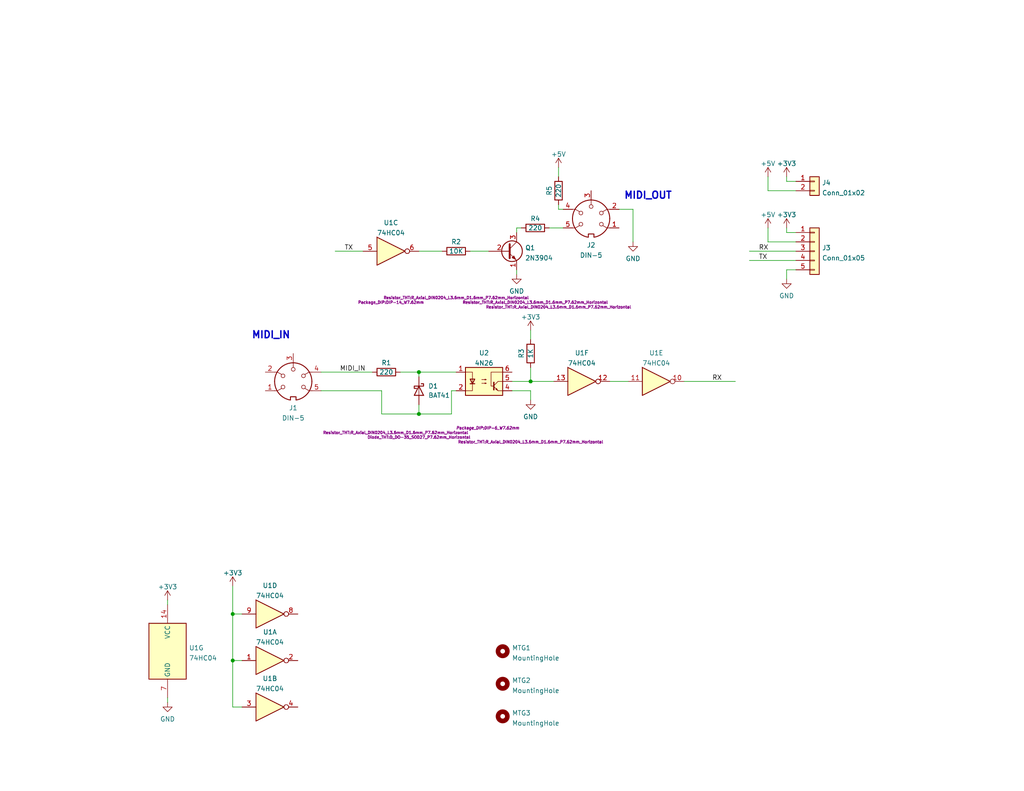
<source format=kicad_sch>
(kicad_sch (version 20211123) (generator eeschema)
  (paper "A")
  (title_block (date "2022-09-24"))
  (lib_symbols
    (symbol "74xx:74HC04"
      (property "Reference" "U" (at 0 1.27 0))
      (property "Value" "74HC04" (at 0 -1.27 0))
      (symbol "74HC04_1_0"
        (polyline (pts (xy -3.81 3.81) (xy -3.81 -3.81) (xy 3.81 0) (xy -3.81 3.81)) (stroke (width 0.254)) (fill (type background)))
        (pin input line (at -7.62 0 0) (length 3.81) (name "~") (number "1"))
        (pin output inverted (at 7.62 0 180) (length 3.81) (name "~") (number "2"))
      )
      (symbol "74HC04_2_0"
        (polyline (pts (xy -3.81 3.81) (xy -3.81 -3.81) (xy 3.81 0) (xy -3.81 3.81)) (stroke (width 0.254)) (fill (type background)))
        (pin input line (at -7.62 0 0) (length 3.81) (name "~") (number "3"))
        (pin output inverted (at 7.62 0 180) (length 3.81) (name "~") (number "4"))
      )
      (symbol "74HC04_3_0"
        (polyline (pts (xy -3.81 3.81) (xy -3.81 -3.81) (xy 3.81 0) (xy -3.81 3.81)) (stroke (width 0.254)) (fill (type background)))
        (pin input line (at -7.62 0 0) (length 3.81) (name "~") (number "5"))
        (pin output inverted (at 7.62 0 180) (length 3.81) (name "~") (number "6"))
      )
      (symbol "74HC04_4_0"
        (polyline (pts (xy -3.81 3.81) (xy -3.81 -3.81) (xy 3.81 0) (xy -3.81 3.81)) (stroke (width 0.254)) (fill (type background)))
        (pin output inverted (at 7.62 0 180) (length 3.81) (name "~") (number "8"))
        (pin input line (at -7.62 0 0) (length 3.81) (name "~") (number "9"))
      )
      (symbol "74HC04_5_0"
        (polyline (pts (xy -3.81 3.81) (xy -3.81 -3.81) (xy 3.81 0) (xy -3.81 3.81)) (stroke (width 0.254)) (fill (type background)))
        (pin output inverted (at 7.62 0 180) (length 3.81) (name "~") (number "10"))
        (pin input line (at -7.62 0 0) (length 3.81) (name "~") (number "11"))
      )
      (symbol "74HC04_6_0"
        (polyline (pts (xy -3.81 3.81) (xy -3.81 -3.81) (xy 3.81 0) (xy -3.81 3.81)) (stroke (width 0.254)) (fill (type background)))
        (pin output inverted (at 7.62 0 180) (length 3.81) (name "~") (number "12"))
        (pin input line (at -7.62 0 0) (length 3.81) (name "~") (number "13"))
      )
      (symbol "74HC04_7_0"
        (pin power_in line (at 0 12.7 270) (length 5.08) (name "VCC") (number "14"))
        (pin power_in line (at 0 -12.7 90) (length 5.08) (name "GND") (number "7"))
      )
      (symbol "74HC04_7_1"
        (rectangle (start -5.08 7.62) (end 5.08 -7.62) (stroke (width 0.254)) (fill (type background)))
      )
    )
    (symbol "Connector:DIN-5" (pin_names (offset 1.016))
      (property "Reference" "J" (at 3.175 5.715 0))
      (property "Value" "DIN-5" (at 0 -6.35 0))
      (symbol "DIN-5_0_1"
        (arc (start -5.08 0) (mid -3.8597 -3.3379) (end -0.762 -5.08) (stroke (width 0.254)))
        (circle (center -2.794 -1.524) (radius 0.508))
        (circle (center -2.794 1.524) (radius 0.508))
        (polyline (pts (xy 0 5.08) (xy 0 3.81)))
        (polyline (pts (xy -5.08 -2.54) (xy -4.318 -2.54) (xy -3.175 -1.905)))
        (polyline (pts (xy -5.08 2.54) (xy -4.318 2.54) (xy -3.175 1.905)))
        (polyline (pts (xy 5.08 -2.54) (xy 4.318 -2.54) (xy 3.175 -1.905)))
        (polyline (pts (xy 5.08 2.54) (xy 4.318 2.54) (xy 3.175 1.905)))
        (polyline (pts (xy -0.762 -4.953) (xy -0.762 -4.191) (xy 0.762 -4.191) (xy 0.762 -4.953)) (stroke (width 0.254)))
        (circle (center 0 3.302) (radius 0.508))
        (arc (start 0.762 -5.08) (mid 3.8673 -3.3444) (end 5.08 0) (stroke (width 0.254)))
        (circle (center 2.794 -1.524) (radius 0.508))
        (circle (center 2.794 1.524) (radius 0.508))
        (arc (start 5.08 0) (mid 0 5.08) (end -5.08 0) (stroke (width 0.254)))
      )
      (symbol "DIN-5_1_1"
        (pin passive line (at -7.62 -2.54 0) (length 2.54) (name "~") (number "1"))
        (pin passive line (at -7.62 2.54 0) (length 2.54) (name "~") (number "2"))
        (pin passive line (at 0 7.62 270) (length 2.54) (name "~") (number "3"))
        (pin passive line (at 7.62 2.54 180) (length 2.54) (name "~") (number "4"))
        (pin passive line (at 7.62 -2.54 180) (length 2.54) (name "~") (number "5"))
      )
    )
    (symbol "Connector_Generic:Conn_01x02" (pin_names (offset 1.016) hide)
      (property "Reference" "J" (at 0 2.54 0))
      (property "Value" "Conn_01x02" (at 0 -5.08 0))
      (symbol "Conn_01x02_1_1"
        (rectangle (start -1.27 -2.413) (end 0 -2.667) (stroke (width 0.1524)))
        (rectangle (start -1.27 0.127) (end 0 -0.127) (stroke (width 0.1524)))
        (rectangle (start -1.27 1.27) (end 1.27 -3.81) (stroke (width 0.254)) (fill (type background)))
        (pin passive line (at -5.08 0 0) (length 3.81) (name "Pin_1") (number "1"))
        (pin passive line (at -5.08 -2.54 0) (length 3.81) (name "Pin_2") (number "2"))
      )
    )
    (symbol "Connector_Generic:Conn_01x05" (pin_names (offset 1.016) hide)
      (property "Reference" "J" (at 0 7.62 0))
      (property "Value" "Conn_01x05" (at 0 -7.62 0))
      (symbol "Conn_01x05_1_1"
        (rectangle (start -1.27 -4.953) (end 0 -5.207) (stroke (width 0.1524)))
        (rectangle (start -1.27 -2.413) (end 0 -2.667) (stroke (width 0.1524)))
        (rectangle (start -1.27 0.127) (end 0 -0.127) (stroke (width 0.1524)))
        (rectangle (start -1.27 2.667) (end 0 2.413) (stroke (width 0.1524)))
        (rectangle (start -1.27 5.207) (end 0 4.953) (stroke (width 0.1524)))
        (rectangle (start -1.27 6.35) (end 1.27 -6.35) (stroke (width 0.254)) (fill (type background)))
        (pin passive line (at -5.08 5.08 0) (length 3.81) (name "Pin_1") (number "1"))
        (pin passive line (at -5.08 2.54 0) (length 3.81) (name "Pin_2") (number "2"))
        (pin passive line (at -5.08 0 0) (length 3.81) (name "Pin_3") (number "3"))
        (pin passive line (at -5.08 -2.54 0) (length 3.81) (name "Pin_4") (number "4"))
        (pin passive line (at -5.08 -5.08 0) (length 3.81) (name "Pin_5") (number "5"))
      )
    )
    (symbol "Device:D_Schottky" (pin_numbers hide) (pin_names (offset 1.016) hide)
      (property "Reference" "D" (at 0 2.54 0))
      (property "Value" "D_Schottky" (at 0 -2.54 0))
      (symbol "D_Schottky_0_1"
        (polyline (pts (xy 1.27 0) (xy -1.27 0)))
        (polyline (pts (xy 1.27 1.27) (xy 1.27 -1.27) (xy -1.27 0) (xy 1.27 1.27)) (stroke (width 0.254)))
        (polyline (pts (xy -1.905 0.635) (xy -1.905 1.27) (xy -1.27 1.27) (xy -1.27 -1.27) (xy -0.635 -1.27) (xy -0.635 -0.635)) (stroke (width 0.254)))
      )
      (symbol "D_Schottky_1_1"
        (pin passive line (at -3.81 0 0) (length 2.54) (name "K") (number "1"))
        (pin passive line (at 3.81 0 180) (length 2.54) (name "A") (number "2"))
      )
    )
    (symbol "Device:R" (pin_numbers hide) (pin_names (offset 0))
      (property "Reference" "R" (at 2.032 0 90))
      (property "Value" "R" (at 0 0 90))
      (symbol "R_0_1"
        (rectangle (start -1.016 -2.54) (end 1.016 2.54) (stroke (width 0.254)))
      )
      (symbol "R_1_1"
        (pin passive line (at 0 3.81 270) (length 1.27) (name "~") (number "1"))
        (pin passive line (at 0 -3.81 90) (length 1.27) (name "~") (number "2"))
      )
    )
    (symbol "Isolator:4N26" (pin_names (offset 1.016))
      (property "Reference" "U" (at -5.08 5.08 0))
      (property "Value" "4N26" (at 0 5.08 0))
      (symbol "4N26_0_1"
        (rectangle (start -5.08 3.81) (end 5.08 -3.81) (stroke (width 0.254)) (fill (type background)))
        (polyline (pts (xy -3.81 -0.635) (xy -2.54 -0.635)) (stroke (width 0.254)))
        (polyline (pts (xy 2.667 -1.397) (xy 3.81 -2.54)))
        (polyline (pts (xy 2.667 -1.143) (xy 3.81 0)))
        (polyline (pts (xy 3.81 -2.54) (xy 5.08 -2.54)))
        (polyline (pts (xy 3.81 0) (xy 5.08 0)))
        (polyline (pts (xy 2.667 -0.254) (xy 2.667 -2.286) (xy 2.667 -2.286)) (stroke (width 0.3556)))
        (polyline (pts (xy -5.08 -2.54) (xy -3.175 -2.54) (xy -3.175 2.54) (xy -5.08 2.54)))
        (polyline (pts (xy -3.175 -0.635) (xy -3.81 0.635) (xy -2.54 0.635) (xy -3.175 -0.635)) (stroke (width 0.254)))
        (polyline (pts (xy 3.683 -2.413) (xy 3.429 -1.905) (xy 3.175 -2.159) (xy 3.683 -2.413)))
        (polyline (pts (xy 5.08 2.54) (xy 1.905 2.54) (xy 1.905 -1.27) (xy 2.54 -1.27)))
        (polyline (pts (xy -0.635 -0.508) (xy 0.635 -0.508) (xy 0.254 -0.635) (xy 0.254 -0.381) (xy 0.635 -0.508)))
        (polyline (pts (xy -0.635 0.508) (xy 0.635 0.508) (xy 0.254 0.381) (xy 0.254 0.635) (xy 0.635 0.508)))
      )
      (symbol "4N26_1_1"
        (pin passive line (at -7.62 2.54 0) (length 2.54) (name "~") (number "1"))
        (pin passive line (at -7.62 -2.54 0) (length 2.54) (name "~") (number "2"))
        (pin no_connect line (at -5.08 0 0) (length 2.54) hide (name "NC") (number "3"))
        (pin passive line (at 7.62 -2.54 180) (length 2.54) (name "~") (number "4"))
        (pin passive line (at 7.62 0 180) (length 2.54) (name "~") (number "5"))
        (pin passive line (at 7.62 2.54 180) (length 2.54) (name "~") (number "6"))
      )
    )
    (symbol "Mechanical:MountingHole" (pin_names (offset 1.016))
      (property "Reference" "H" (at 0 5.08 0))
      (property "Value" "MountingHole" (at 0 3.175 0))
      (symbol "MountingHole_0_1"
        (circle (center 0 0) (radius 1.27) (stroke (width 1.27)))
      )
    )
    (symbol "Transistor_BJT:2N3904" (pin_names (offset 0) hide)
      (property "Reference" "Q" (at 5.08 1.905 0))
      (property "Value" "2N3904" (at 5.08 0 0))
      (symbol "2N3904_0_1"
        (polyline (pts (xy 0.635 0.635) (xy 2.54 2.54)))
        (polyline (pts (xy 0.635 -0.635) (xy 2.54 -2.54) (xy 2.54 -2.54)))
        (polyline (pts (xy 0.635 1.905) (xy 0.635 -1.905) (xy 0.635 -1.905)) (stroke (width 0.508)))
        (polyline (pts (xy 1.27 -1.778) (xy 1.778 -1.27) (xy 2.286 -2.286) (xy 1.27 -1.778) (xy 1.27 -1.778)) (fill (type outline)))
        (circle (center 1.27 0) (radius 2.8194) (stroke (width 0.254)))
      )
      (symbol "2N3904_1_1"
        (pin passive line (at 2.54 -5.08 90) (length 2.54) (name "E") (number "1"))
        (pin passive line (at -5.08 0 0) (length 5.715) (name "B") (number "2"))
        (pin passive line (at 2.54 5.08 270) (length 2.54) (name "C") (number "3"))
      )
    )
    (symbol "power:+3.3V" (power) (pin_names (offset 0))
      (property "Value" "+3.3V" (at 0 3.556 0))
      (symbol "+3.3V_0_1"
        (polyline (pts (xy -0.762 1.27) (xy 0 2.54)))
        (polyline (pts (xy 0 0) (xy 0 2.54)))
        (polyline (pts (xy 0 2.54) (xy 0.762 1.27)))
      )
      (symbol "+3.3V_1_1"
        (pin power_in line (at 0 0 90) (length 0) hide (name "+3V3") (number "1"))
      )
    )
    (symbol "power:+5V" (power) (pin_names (offset 0))
      (property "Value" "+5V" (at 0 3.556 0))
      (symbol "+5V_0_1"
        (polyline (pts (xy -0.762 1.27) (xy 0 2.54)))
        (polyline (pts (xy 0 0) (xy 0 2.54)))
        (polyline (pts (xy 0 2.54) (xy 0.762 1.27)))
      )
      (symbol "+5V_1_1"
        (pin power_in line (at 0 0 90) (length 0) hide (name "+5V") (number "1"))
      )
    )
    (symbol "power:GND" (power) (pin_names (offset 0))
      (property "Value" "GND" (at 0 -3.81 0))
      (symbol "GND_0_1"
        (polyline (pts (xy 0 0) (xy 0 -1.27) (xy 1.27 -1.27) (xy 0 -2.54) (xy -1.27 -1.27) (xy 0 -1.27)))
      )
      (symbol "GND_1_1"
        (pin power_in line (at 0 0 270) (length 0) hide (name "GND") (number "1"))
      )
    )
  )
  (junction (at 114.3 113.03))
  (junction (at 63.5 167.64))
  (junction (at 63.5 180.34))
  (junction (at 144.78 104.14))
  (junction (at 114.3 101.6))
  (wire (pts (xy 139.7 106.68) (xy 144.78 106.68)))
  (wire (pts (xy 217.17 52.07) (xy 209.55 52.07)))
  (wire (pts (xy 139.7 104.14) (xy 144.78 104.14)))
  (wire (pts (xy 45.72 163.83) (xy 45.72 165.1)))
  (wire (pts (xy 114.3 113.03) (xy 123.19 113.03)))
  (wire (pts (xy 171.45 104.14) (xy 166.37 104.14)))
  (wire (pts (xy 204.47 68.58) (xy 217.17 68.58)))
  (wire (pts (xy 214.63 76.2) (xy 214.63 73.66)))
  (wire (pts (xy 152.4 57.15) (xy 152.4 55.88)))
  (wire (pts (xy 123.19 106.68) (xy 124.46 106.68)))
  (wire (pts (xy 214.63 73.66) (xy 217.17 73.66)))
  (wire (pts (xy 217.17 49.53) (xy 214.63 49.53)))
  (wire (pts (xy 214.63 49.53) (xy 214.63 48.26)))
  (wire (pts (xy 123.19 113.03) (xy 123.19 106.68)))
  (wire (pts (xy 144.78 104.14) (xy 151.13 104.14)))
  (wire (pts (xy 109.22 101.6) (xy 114.3 101.6)))
  (wire (pts (xy 144.78 90.17) (xy 144.78 92.71)))
  (wire (pts (xy 149.86 62.23) (xy 153.67 62.23)))
  (wire (pts (xy 152.4 57.15) (xy 153.67 57.15)))
  (wire (pts (xy 63.5 167.64) (xy 66.04 167.64)))
  (wire (pts (xy 104.14 106.68) (xy 104.14 113.03)))
  (wire (pts (xy 45.72 190.5) (xy 45.72 191.77)))
  (wire (pts (xy 168.91 57.15) (xy 172.72 57.15)))
  (wire (pts (xy 114.3 101.6) (xy 124.46 101.6)))
  (wire (pts (xy 172.72 57.15) (xy 172.72 66.04)))
  (wire (pts (xy 63.5 180.34) (xy 66.04 180.34)))
  (wire (pts (xy 140.97 63.5) (xy 140.97 62.23)))
  (wire (pts (xy 217.17 63.5) (xy 214.63 63.5)))
  (wire (pts (xy 87.63 106.68) (xy 104.14 106.68)))
  (wire (pts (xy 186.69 104.14) (xy 200.66 104.14)))
  (wire (pts (xy 101.6 101.6) (xy 87.63 101.6)))
  (wire (pts (xy 104.14 113.03) (xy 114.3 113.03)))
  (wire (pts (xy 144.78 106.68) (xy 144.78 109.22)))
  (wire (pts (xy 128.27 68.58) (xy 133.35 68.58)))
  (wire (pts (xy 114.3 101.6) (xy 114.3 102.87)))
  (wire (pts (xy 114.3 113.03) (xy 114.3 110.49)))
  (wire (pts (xy 214.63 63.5) (xy 214.63 62.23)))
  (wire (pts (xy 144.78 104.14) (xy 144.78 100.33)))
  (wire (pts (xy 63.5 160.02) (xy 63.5 167.64)))
  (wire (pts (xy 66.04 193.04) (xy 63.5 193.04)))
  (wire (pts (xy 63.5 180.34) (xy 63.5 193.04)))
  (wire (pts (xy 152.4 45.72) (xy 152.4 48.26)))
  (wire (pts (xy 140.97 73.66) (xy 140.97 74.93)))
  (wire (pts (xy 63.5 167.64) (xy 63.5 180.34)))
  (wire (pts (xy 204.47 71.12) (xy 217.17 71.12)))
  (wire (pts (xy 114.3 68.58) (xy 120.65 68.58)))
  (wire (pts (xy 91.44 68.58) (xy 99.06 68.58)))
  (wire (pts (xy 217.17 66.04) (xy 209.55 66.04)))
  (wire (pts (xy 209.55 48.26) (xy 209.55 52.07)))
  (wire (pts (xy 209.55 62.23) (xy 209.55 66.04)))
  (wire (pts (xy 140.97 62.23) (xy 142.24 62.23)))
  (text "MIDI_IN" (at 68.58 92.71 0) (effects (font (size 1.905 1.905) (thickness 0.381) bold) (justify left bottom)))
  (text "MIDI_OUT" (at 170.18 54.61 0) (effects (font (size 1.905 1.905) (thickness 0.381) bold) (justify left bottom)))
  (label "TX" (at 207.01 71.12 0))
  (label "TX" (at 93.98 68.58 0))
  (label "RX" (at 194.31 104.14 0))
  (label "MIDI_IN" (at 92.71 101.6 0))
  (label "RX" (at 207.01 68.58 0))
  (symbol (lib_id "Isolator:4N26") (at 132.08 104.14 0) (unit 1)
    (property "Reference" "U2" (at 132.08 96.3635 0))
    (property "Value" "4N26" (at 132.08 99.1386 0))
    (property "Footprint" "Package_DIP:DIP-6_W7.62mm" (at 124.46 116.84 0) (effects (font (size 0.762 0.762) italic) (justify left)))
    (property "Datasheet" "https://www.vishay.com/docs/83725/4n25.pdf" (effects hide))
  )
  (symbol (lib_id "power:GND") (at 172.72 66.04 0) (unit 1)
    (property "Reference" "#PWR0105" (effects hide))
    (property "Value" "GND" (at 172.72 70.6025 0))
  )
  (symbol (lib_id "74xx:74HC04") (at 73.66 167.64 0) (unit 4)
    (property "Reference" "U1" (at 73.66 159.8635 0))
    (property "Value" "74HC04" (at 73.66 162.6386 0))
    (property "Datasheet" "https://assets.nexperia.com/documents/data-sheet/74HC_HCT04.pdf" (effects hide))
  )
  (symbol (lib_id "power:+3.3V") (at 45.72 163.83 0) (unit 1)
    (property "Reference" "#PWR0101" (effects hide))
    (property "Value" "+3.3V" (at 45.72 160.2255 0))
  )
  (symbol (lib_id "Connector:DIN-5") (at 80.01 104.14 0) (unit 1)
    (property "Reference" "J1" (at 80.0101 111.3695 0))
    (property "Value" "DIN-5" (at 80.0101 114.1446 0))
    (property "Footprint" "LandBoards_Conns:MIDI_DIN-5" (effects hide))
    (property "Datasheet" "http://www.mouser.com/ds/2/18/40_c091_abd_e-75918.pdf" (effects hide))
  )
  (symbol (lib_id "Connector_Generic:Conn_01x02") (at 222.25 49.53 0) (unit 1)
    (property "Reference" "J4" (at 224.282 49.8915 0) (effects (justify left)))
    (property "Value" "Conn_01x02" (at 224.282 52.6666 0) (effects (justify left)))
    (property "Footprint" "Connector_PinHeader_2.54mm:PinHeader_1x02_P2.54mm_Vertical" (effects hide))
  )
  (symbol (lib_id "Transistor_BJT:2N3904") (at 138.43 68.58 0) (unit 1)
    (property "Reference" "Q1" (at 143.2813 67.6715 0) (effects (justify left)))
    (property "Value" "2N3904" (at 143.2813 70.4466 0) (effects (justify left)))
    (property "Footprint" "Package_TO_SOT_THT:TO-92_Inline" (effects hide))
    (property "Datasheet" "https://www.onsemi.com/pub/Collateral/2N3903-D.PDF" (effects hide))
  )
  (symbol (lib_id "Mechanical:MountingHole") (at 137.16 177.8 0) (unit 1)
    (property "Reference" "MTG1" (at 139.7 176.8915 0) (effects (justify left)))
    (property "Value" "MountingHole" (at 139.7 179.6666 0) (effects (justify left)))
    (property "Footprint" "LandBoards_MountHoles:MTG-4-40-SMALL" (effects hide))
  )
  (symbol (lib_id "Device:R") (at 124.46 68.58 270) (mirror x) (unit 1)
    (property "Reference" "R2" (at 124.46 66.04 90))
    (property "Value" "10K" (at 124.46 68.58 90))
    (property "Footprint" "Resistor_THT:R_Axial_DIN0204_L3.6mm_D1.6mm_P7.62mm_Horizontal" (at 124.46 81.28 90) (effects (font (size 0.762 0.762))))
    (property "Datasheet" "https://www.mouser.com/ProductDetail/Xicon/299-2.2K-RC?qs=QaPBMFBEHz3RDbXknTj%252ByA%3D%3D" (effects hide))
  )
  (symbol (lib_id "Connector:DIN-5") (at 161.29 59.69 0) (mirror y) (unit 1)
    (property "Reference" "J2" (at 161.2899 66.9195 0))
    (property "Value" "DIN-5" (at 161.2899 69.6946 0))
    (property "Footprint" "LandBoards_Conns:MIDI_DIN-5" (effects hide))
    (property "Datasheet" "http://www.mouser.com/ds/2/18/40_c091_abd_e-75918.pdf" (effects hide))
  )
  (symbol (lib_id "74xx:74HC04") (at 45.72 177.8 0) (mirror y) (unit 7)
    (property "Reference" "U1" (at 51.562 176.8915 0) (effects (justify right)))
    (property "Value" "74HC04" (at 51.562 179.6666 0) (effects (justify right)))
    (property "Datasheet" "https://assets.nexperia.com/documents/data-sheet/74HC_HCT04.pdf" (effects hide))
  )
  (symbol (lib_id "Device:R") (at 146.05 62.23 90) (unit 1)
    (property "Reference" "R4" (at 146.05 59.69 90))
    (property "Value" "220" (at 146.05 62.23 90))
    (property "Footprint" "Resistor_THT:R_Axial_DIN0204_L3.6mm_D1.6mm_P7.62mm_Horizontal" (at 146.05 82.55 90) (effects (font (size 0.762 0.762))))
    (property "Datasheet" "https://www.mouser.com/ProductDetail/Xicon/299-2.2K-RC?qs=QaPBMFBEHz3RDbXknTj%252ByA%3D%3D" (effects hide))
  )
  (symbol (lib_id "power:+5V") (at 209.55 48.26 0) (unit 1)
    (property "Reference" "#PWR0112" (effects hide))
    (property "Value" "+5V" (at 209.55 44.6555 0))
  )
  (symbol (lib_id "power:GND") (at 45.72 191.77 0) (unit 1)
    (property "Reference" "#PWR0102" (effects hide))
    (property "Value" "GND" (at 45.72 196.3325 0))
  )
  (symbol (lib_id "Device:R") (at 144.78 96.52 180) (unit 1)
    (property "Reference" "R3" (at 142.24 96.52 90))
    (property "Value" "1K" (at 144.78 96.52 90))
    (property "Footprint" "Resistor_THT:R_Axial_DIN0204_L3.6mm_D1.6mm_P7.62mm_Horizontal" (at 144.78 120.65 0) (effects (font (size 0.762 0.762))))
    (property "Datasheet" "https://www.mouser.com/ProductDetail/Xicon/299-2.2K-RC?qs=QaPBMFBEHz3RDbXknTj%252ByA%3D%3D" (effects hide))
  )
  (symbol (lib_id "Device:R") (at 105.41 101.6 90) (unit 1)
    (property "Reference" "R1" (at 105.41 99.06 90))
    (property "Value" "220" (at 105.41 101.6 90))
    (property "Footprint" "Resistor_THT:R_Axial_DIN0204_L3.6mm_D1.6mm_P7.62mm_Horizontal" (at 107.95 118.11 90) (effects (font (size 0.762 0.762))))
    (property "Datasheet" "https://www.mouser.com/ProductDetail/Xicon/299-2.2K-RC?qs=QaPBMFBEHz3RDbXknTj%252ByA%3D%3D" (effects hide))
  )
  (symbol (lib_id "Mechanical:MountingHole") (at 137.16 195.58 0) (unit 1)
    (property "Reference" "MTG3" (at 139.7 194.6715 0) (effects (justify left)))
    (property "Value" "MountingHole" (at 139.7 197.4466 0) (effects (justify left)))
    (property "Footprint" "LandBoards_MountHoles:MTG-4-40-SMALL" (effects hide))
  )
  (symbol (lib_id "Device:R") (at 152.4 52.07 180) (unit 1)
    (property "Reference" "R5" (at 149.86 52.07 90))
    (property "Value" "220" (at 152.4 52.07 90))
    (property "Footprint" "Resistor_THT:R_Axial_DIN0204_L3.6mm_D1.6mm_P7.62mm_Horizontal" (at 152.4 83.82 0) (effects (font (size 0.762 0.762))))
    (property "Datasheet" "https://www.mouser.com/ProductDetail/Xicon/299-2.2K-RC?qs=QaPBMFBEHz3RDbXknTj%252ByA%3D%3D" (effects hide))
  )
  (symbol (lib_id "74xx:74HC04") (at 73.66 180.34 0) (unit 1)
    (property "Reference" "U1" (at 73.66 172.5635 0))
    (property "Value" "74HC04" (at 73.66 175.3386 0))
    (property "Datasheet" "https://assets.nexperia.com/documents/data-sheet/74HC_HCT04.pdf" (effects hide))
  )
  (symbol (lib_id "power:+5V") (at 152.4 45.72 0) (unit 1)
    (property "Reference" "#PWR0106" (effects hide))
    (property "Value" "+5V" (at 152.4 42.1155 0))
  )
  (symbol (lib_id "power:GND") (at 140.97 74.93 0) (mirror y) (unit 1)
    (property "Reference" "#PWR0108" (effects hide))
    (property "Value" "GND" (at 140.97 79.4925 0))
  )
  (symbol (lib_id "74xx:74HC04") (at 73.66 193.04 0) (unit 2)
    (property "Reference" "U1" (at 73.66 185.2635 0))
    (property "Value" "74HC04" (at 73.66 188.0386 0))
    (property "Datasheet" "https://assets.nexperia.com/documents/data-sheet/74HC_HCT04.pdf" (effects hide))
  )
  (symbol (lib_id "Connector_Generic:Conn_01x05") (at 222.25 68.58 0) (unit 1)
    (property "Reference" "J3" (at 224.282 67.6715 0) (effects (justify left)))
    (property "Value" "Conn_01x05" (at 224.282 70.4466 0) (effects (justify left)))
    (property "Footprint" "Connector_PinHeader_2.54mm:PinHeader_1x05_P2.54mm_Horizontal" (effects hide))
  )
  (symbol (lib_id "power:GND") (at 144.78 109.22 0) (unit 1)
    (property "Reference" "#PWR0104" (effects hide))
    (property "Value" "GND" (at 144.78 113.7825 0))
  )
  (symbol (lib_id "power:+3.3V") (at 63.5 160.02 0) (unit 1)
    (property "Reference" "#PWR0103" (effects hide))
    (property "Value" "+3.3V" (at 63.5 156.4155 0))
  )
  (symbol (lib_id "Device:D_Schottky") (at 114.3 106.68 270) (unit 1)
    (property "Reference" "D1" (at 116.84 105.41 90) (effects (justify left)))
    (property "Value" "BAT41" (at 116.84 107.95 90) (effects (justify left)))
    (property "Footprint" "Diode_THT:D_DO-35_SOD27_P7.62mm_Horizontal" (at 114.3 119.38 90) (effects (font (size 0.762 0.762))))
  )
  (symbol (lib_id "power:+3.3V") (at 144.78 90.17 0) (unit 1)
    (property "Reference" "#PWR0107" (effects hide))
    (property "Value" "+3.3V" (at 144.78 86.5655 0))
  )
  (symbol (lib_id "Mechanical:MountingHole") (at 137.16 186.69 0) (unit 1)
    (property "Reference" "MTG2" (at 139.7 185.7815 0) (effects (justify left)))
    (property "Value" "MountingHole" (at 139.7 188.5566 0) (effects (justify left)))
    (property "Footprint" "LandBoards_MountHoles:MTG-4-40-SMALL" (effects hide))
  )
  (symbol (lib_id "74xx:74HC04") (at 158.75 104.14 0) (unit 6)
    (property "Reference" "U1" (at 158.75 96.3635 0))
    (property "Value" "74HC04" (at 158.75 99.1386 0))
    (property "Datasheet" "https://assets.nexperia.com/documents/data-sheet/74HC_HCT04.pdf" (effects hide))
  )
  (symbol (lib_id "74xx:74HC04") (at 106.68 68.58 0) (unit 3)
    (property "Reference" "U1" (at 106.68 60.8035 0))
    (property "Value" "74HC04" (at 106.68 63.5786 0))
    (property "Footprint" "Package_DIP:DIP-14_W7.62mm" (at 106.68 82.55 0) (effects (font (size 0.762 0.762))))
    (property "Datasheet" "https://assets.nexperia.com/documents/data-sheet/74HC_HCT04.pdf" (effects hide))
  )
  (symbol (lib_id "power:+5V") (at 209.55 62.23 0) (unit 1)
    (property "Reference" "#PWR0109" (effects hide))
    (property "Value" "+5V" (at 209.55 58.6255 0))
  )
  (symbol (lib_id "power:+3.3V") (at 214.63 62.23 0) (unit 1)
    (property "Reference" "#PWR0111" (effects hide))
    (property "Value" "+3.3V" (at 214.63 58.6255 0))
  )
  (symbol (lib_id "power:+3.3V") (at 214.63 48.26 0) (unit 1)
    (property "Reference" "#PWR0113" (effects hide))
    (property "Value" "+3.3V" (at 214.63 44.6555 0))
  )
  (symbol (lib_id "power:GND") (at 214.63 76.2 0) (unit 1)
    (property "Reference" "#PWR0110" (effects hide))
    (property "Value" "GND" (at 214.63 80.7625 0))
  )
  (symbol (lib_id "74xx:74HC04") (at 179.07 104.14 0) (unit 5)
    (property "Reference" "U1" (at 179.07 96.3635 0))
    (property "Value" "74HC04" (at 179.07 99.1386 0))
    (property "Datasheet" "https://assets.nexperia.com/documents/data-sheet/74HC_HCT04.pdf" (effects hide))
  )
)
</source>
